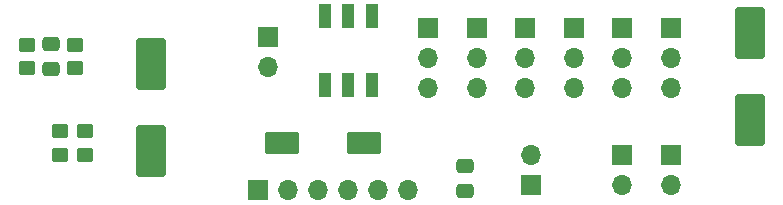
<source format=gbr>
%TF.GenerationSoftware,KiCad,Pcbnew,(6.0.7)*%
%TF.CreationDate,2022-10-27T13:02:41+02:00*%
%TF.ProjectId,UniMini,556e694d-696e-4692-9e6b-696361645f70,rev?*%
%TF.SameCoordinates,Original*%
%TF.FileFunction,Soldermask,Top*%
%TF.FilePolarity,Negative*%
%FSLAX46Y46*%
G04 Gerber Fmt 4.6, Leading zero omitted, Abs format (unit mm)*
G04 Created by KiCad (PCBNEW (6.0.7)) date 2022-10-27 13:02:41*
%MOMM*%
%LPD*%
G01*
G04 APERTURE LIST*
G04 Aperture macros list*
%AMRoundRect*
0 Rectangle with rounded corners*
0 $1 Rounding radius*
0 $2 $3 $4 $5 $6 $7 $8 $9 X,Y pos of 4 corners*
0 Add a 4 corners polygon primitive as box body*
4,1,4,$2,$3,$4,$5,$6,$7,$8,$9,$2,$3,0*
0 Add four circle primitives for the rounded corners*
1,1,$1+$1,$2,$3*
1,1,$1+$1,$4,$5*
1,1,$1+$1,$6,$7*
1,1,$1+$1,$8,$9*
0 Add four rect primitives between the rounded corners*
20,1,$1+$1,$2,$3,$4,$5,0*
20,1,$1+$1,$4,$5,$6,$7,0*
20,1,$1+$1,$6,$7,$8,$9,0*
20,1,$1+$1,$8,$9,$2,$3,0*%
G04 Aperture macros list end*
%ADD10RoundRect,0.250000X-1.000000X1.950000X-1.000000X-1.950000X1.000000X-1.950000X1.000000X1.950000X0*%
%ADD11R,1.700000X1.700000*%
%ADD12O,1.700000X1.700000*%
%ADD13RoundRect,0.250000X-0.450000X0.350000X-0.450000X-0.350000X0.450000X-0.350000X0.450000X0.350000X0*%
%ADD14RoundRect,0.250000X0.450000X-0.350000X0.450000X0.350000X-0.450000X0.350000X-0.450000X-0.350000X0*%
%ADD15RoundRect,0.250000X-0.475000X0.337500X-0.475000X-0.337500X0.475000X-0.337500X0.475000X0.337500X0*%
%ADD16RoundRect,0.101600X1.349875X0.798830X-1.349875X0.798830X-1.349875X-0.798830X1.349875X-0.798830X0*%
%ADD17R,1.000000X2.032000*%
G04 APERTURE END LIST*
D10*
%TO.C,C4*%
X47400000Y-77100000D03*
X47400000Y-84500000D03*
%TD*%
D11*
%TO.C,J2*%
X57300000Y-74800000D03*
D12*
X57300000Y-77340000D03*
%TD*%
D11*
%TO.C,J4*%
X79600000Y-87375000D03*
D12*
X79600000Y-84835000D03*
%TD*%
D13*
%TO.C,R1*%
X41800000Y-82800000D03*
X41800000Y-84800000D03*
%TD*%
D11*
%TO.C,M5*%
X87300000Y-74100000D03*
D12*
X87300000Y-76640000D03*
X87300000Y-79180000D03*
%TD*%
D11*
%TO.C,J1*%
X56460000Y-87800000D03*
D12*
X59000000Y-87800000D03*
X61540000Y-87800000D03*
X64080000Y-87800000D03*
X66620000Y-87800000D03*
X69160000Y-87800000D03*
%TD*%
D14*
%TO.C,R4*%
X41000000Y-77500000D03*
X41000000Y-75500000D03*
%TD*%
D10*
%TO.C,C1*%
X98100000Y-74500000D03*
X98100000Y-81900000D03*
%TD*%
D15*
%TO.C,C5*%
X38900000Y-75462500D03*
X38900000Y-77537500D03*
%TD*%
%TO.C,C7*%
X74000000Y-85762500D03*
X74000000Y-87837500D03*
%TD*%
D14*
%TO.C,R3*%
X36900000Y-77500000D03*
X36900000Y-75500000D03*
%TD*%
D11*
%TO.C,M6*%
X91400000Y-74075000D03*
D12*
X91400000Y-76615000D03*
X91400000Y-79155000D03*
%TD*%
D11*
%TO.C,M2*%
X75000000Y-74100000D03*
D12*
X75000000Y-76640000D03*
X75000000Y-79180000D03*
%TD*%
D11*
%TO.C,J3*%
X87300000Y-84800000D03*
D12*
X87300000Y-87340000D03*
%TD*%
D11*
%TO.C,M1*%
X70900000Y-74100000D03*
D12*
X70900000Y-76640000D03*
X70900000Y-79180000D03*
%TD*%
D11*
%TO.C,J5*%
X91400000Y-84800000D03*
D12*
X91400000Y-87340000D03*
%TD*%
D11*
%TO.C,M3*%
X79100000Y-74100000D03*
D12*
X79100000Y-76640000D03*
X79100000Y-79180000D03*
%TD*%
D16*
%TO.C,S1*%
X58500000Y-83800000D03*
X65400000Y-83800000D03*
%TD*%
D13*
%TO.C,R2*%
X39700000Y-82800000D03*
X39700000Y-84800000D03*
%TD*%
D17*
%TO.C,SW1*%
X64100000Y-73100000D03*
X64100000Y-78900000D03*
X62100000Y-78900000D03*
X62100000Y-73100000D03*
X66100000Y-73100000D03*
X66100000Y-78900000D03*
%TD*%
D11*
%TO.C,M4*%
X83200000Y-74100000D03*
D12*
X83200000Y-76640000D03*
X83200000Y-79180000D03*
%TD*%
M02*

</source>
